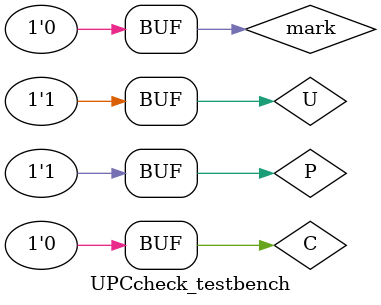
<source format=sv>
module UPCcheck (U, P, C, mark, discounted, stolen);
	
	input logic U, P, C, mark;
	output logic discounted, stolen;

	// Derivation for these equations shown on Lab Report 2
	assign discounted = P | (U & C);
	assign stolen = !(P | mark) & (!C | U);

endmodule

// UPCcheck_testbench tests all relevant values on the truth table (not testing "don't cares" as well as when non-expensive items have the
// secret mark).
module UPCcheck_testbench();

	logic U, P, C, mark, discounted, stolen;
	
	UPCcheck dut (U, P, C, mark, discounted, stolen);
	
		initial begin
		// test cases:
			U=1'b0; P=1'b0; C=1'b0; mark=1'b0; #10; // discounted=false, stolen=true
			U=1'b0; P=1'b0; C=1'b0; mark=1'b1; #10; // discounted=false, stolen=false
			U=1'b0; P=1'b0; C=1'b1; mark=1'b0; #10; // discounted=false, stolen=false
			U=1'b0; P=1'b1; C=1'b1; mark=1'b0; #10; // discounted=true, stolen=false
			U=1'b1; P=1'b0; C=1'b0; mark=1'b0; #10; // discounted=false, stolen=true
			U=1'b1; P=1'b0; C=1'b0; mark=1'b1; #10; // discounted=false, stolen=false
			U=1'b1; P=1'b0; C=1'b1; mark=1'b0; #10; // discounted=true, stolen=true
			U=1'b1; P=1'b0; C=1'b1; mark=1'b1; #10; // discounted=true, stolen=false
			U=1'b1; P=1'b1; C=1'b0; mark=1'b0; #10; // discounted=true, stolen=false
		end
		
endmodule
</source>
